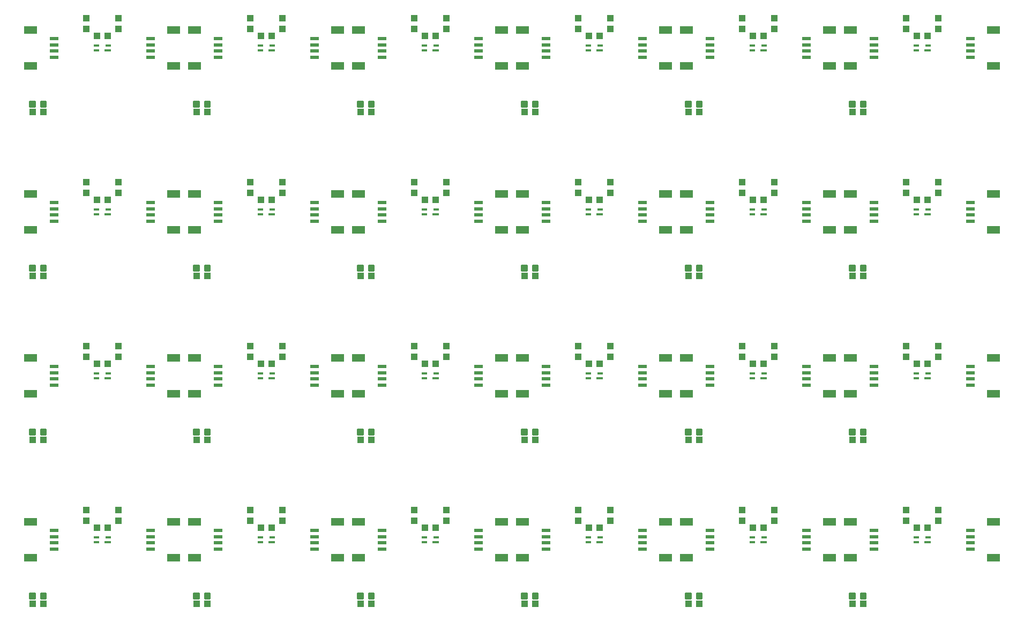
<source format=gtp>
G75*
%MOIN*%
%OFA0B0*%
%FSLAX25Y25*%
%IPPOS*%
%LPD*%
%AMOC8*
5,1,8,0,0,1.08239X$1,22.5*
%
%ADD10R,0.03543X0.01378*%
%ADD11R,0.03937X0.01378*%
%ADD12R,0.04331X0.03937*%
%ADD13C,0.01181*%
%ADD14R,0.03937X0.04331*%
%ADD15R,0.07874X0.04724*%
%ADD16R,0.05315X0.02362*%
D10*
X0075010Y0077372D03*
X0075010Y0080128D03*
X0082490Y0080128D03*
X0177010Y0080128D03*
X0177010Y0077372D03*
X0184490Y0080128D03*
X0279010Y0080128D03*
X0279010Y0077372D03*
X0286490Y0080128D03*
X0381010Y0080128D03*
X0381010Y0077372D03*
X0388490Y0080128D03*
X0483010Y0080128D03*
X0483010Y0077372D03*
X0490490Y0080128D03*
X0585010Y0080128D03*
X0585010Y0077372D03*
X0592490Y0080128D03*
X0585010Y0179372D03*
X0585010Y0182128D03*
X0592490Y0182128D03*
X0490490Y0182128D03*
X0483010Y0182128D03*
X0483010Y0179372D03*
X0388490Y0182128D03*
X0381010Y0182128D03*
X0381010Y0179372D03*
X0286490Y0182128D03*
X0279010Y0182128D03*
X0279010Y0179372D03*
X0184490Y0182128D03*
X0177010Y0182128D03*
X0177010Y0179372D03*
X0082490Y0182128D03*
X0075010Y0182128D03*
X0075010Y0179372D03*
X0075010Y0281372D03*
X0075010Y0284128D03*
X0082490Y0284128D03*
X0177010Y0284128D03*
X0177010Y0281372D03*
X0184490Y0284128D03*
X0279010Y0284128D03*
X0279010Y0281372D03*
X0286490Y0284128D03*
X0381010Y0284128D03*
X0381010Y0281372D03*
X0388490Y0284128D03*
X0483010Y0284128D03*
X0483010Y0281372D03*
X0490490Y0284128D03*
X0585010Y0284128D03*
X0585010Y0281372D03*
X0592490Y0284128D03*
X0585010Y0383372D03*
X0585010Y0386128D03*
X0592490Y0386128D03*
X0490490Y0386128D03*
X0483010Y0386128D03*
X0483010Y0383372D03*
X0388490Y0386128D03*
X0381010Y0386128D03*
X0381010Y0383372D03*
X0286490Y0386128D03*
X0279010Y0386128D03*
X0279010Y0383372D03*
X0184490Y0386128D03*
X0177010Y0386128D03*
X0177010Y0383372D03*
X0082490Y0386128D03*
X0075010Y0386128D03*
X0075010Y0383372D03*
D11*
X0082293Y0383372D03*
X0184293Y0383372D03*
X0286293Y0383372D03*
X0388293Y0383372D03*
X0490293Y0383372D03*
X0592293Y0383372D03*
X0592293Y0281372D03*
X0490293Y0281372D03*
X0388293Y0281372D03*
X0286293Y0281372D03*
X0184293Y0281372D03*
X0082293Y0281372D03*
X0082293Y0179372D03*
X0184293Y0179372D03*
X0286293Y0179372D03*
X0388293Y0179372D03*
X0490293Y0179372D03*
X0592293Y0179372D03*
X0592293Y0077372D03*
X0490293Y0077372D03*
X0388293Y0077372D03*
X0286293Y0077372D03*
X0184293Y0077372D03*
X0082293Y0077372D03*
D12*
X0035404Y0038750D03*
X0042096Y0038750D03*
X0075404Y0086250D03*
X0082096Y0086250D03*
X0042096Y0140750D03*
X0035404Y0140750D03*
X0075404Y0188250D03*
X0082096Y0188250D03*
X0137404Y0140750D03*
X0144096Y0140750D03*
X0177404Y0188250D03*
X0184096Y0188250D03*
X0239404Y0140750D03*
X0246096Y0140750D03*
X0279404Y0188250D03*
X0286096Y0188250D03*
X0341404Y0140750D03*
X0348096Y0140750D03*
X0381404Y0188250D03*
X0388096Y0188250D03*
X0443404Y0140750D03*
X0450096Y0140750D03*
X0483404Y0188250D03*
X0490096Y0188250D03*
X0545404Y0140750D03*
X0552096Y0140750D03*
X0585404Y0188250D03*
X0592096Y0188250D03*
X0552096Y0242750D03*
X0545404Y0242750D03*
X0585404Y0290250D03*
X0592096Y0290250D03*
X0552096Y0344750D03*
X0545404Y0344750D03*
X0585404Y0392250D03*
X0592096Y0392250D03*
X0490096Y0392250D03*
X0483404Y0392250D03*
X0450096Y0344750D03*
X0443404Y0344750D03*
X0388096Y0392250D03*
X0381404Y0392250D03*
X0348096Y0344750D03*
X0341404Y0344750D03*
X0286096Y0392250D03*
X0279404Y0392250D03*
X0246096Y0344750D03*
X0239404Y0344750D03*
X0184096Y0392250D03*
X0177404Y0392250D03*
X0144096Y0344750D03*
X0137404Y0344750D03*
X0082096Y0392250D03*
X0075404Y0392250D03*
X0042096Y0344750D03*
X0035404Y0344750D03*
X0075404Y0290250D03*
X0082096Y0290250D03*
X0042096Y0242750D03*
X0035404Y0242750D03*
X0137404Y0242750D03*
X0144096Y0242750D03*
X0177404Y0290250D03*
X0184096Y0290250D03*
X0239404Y0242750D03*
X0246096Y0242750D03*
X0279404Y0290250D03*
X0286096Y0290250D03*
X0341404Y0242750D03*
X0348096Y0242750D03*
X0381404Y0290250D03*
X0388096Y0290250D03*
X0443404Y0242750D03*
X0450096Y0242750D03*
X0483404Y0290250D03*
X0490096Y0290250D03*
X0490096Y0086250D03*
X0483404Y0086250D03*
X0450096Y0038750D03*
X0443404Y0038750D03*
X0388096Y0086250D03*
X0381404Y0086250D03*
X0348096Y0038750D03*
X0341404Y0038750D03*
X0286096Y0086250D03*
X0279404Y0086250D03*
X0246096Y0038750D03*
X0239404Y0038750D03*
X0184096Y0086250D03*
X0177404Y0086250D03*
X0144096Y0038750D03*
X0137404Y0038750D03*
X0545404Y0038750D03*
X0552096Y0038750D03*
X0585404Y0086250D03*
X0592096Y0086250D03*
D13*
X0550825Y0045128D02*
X0550825Y0042372D01*
X0550825Y0045128D02*
X0553581Y0045128D01*
X0553581Y0042372D01*
X0550825Y0042372D01*
X0550825Y0043494D02*
X0553581Y0043494D01*
X0553581Y0044616D02*
X0550825Y0044616D01*
X0543919Y0045128D02*
X0543919Y0042372D01*
X0543919Y0045128D02*
X0546675Y0045128D01*
X0546675Y0042372D01*
X0543919Y0042372D01*
X0543919Y0043494D02*
X0546675Y0043494D01*
X0546675Y0044616D02*
X0543919Y0044616D01*
X0448825Y0045128D02*
X0448825Y0042372D01*
X0448825Y0045128D02*
X0451581Y0045128D01*
X0451581Y0042372D01*
X0448825Y0042372D01*
X0448825Y0043494D02*
X0451581Y0043494D01*
X0451581Y0044616D02*
X0448825Y0044616D01*
X0441919Y0045128D02*
X0441919Y0042372D01*
X0441919Y0045128D02*
X0444675Y0045128D01*
X0444675Y0042372D01*
X0441919Y0042372D01*
X0441919Y0043494D02*
X0444675Y0043494D01*
X0444675Y0044616D02*
X0441919Y0044616D01*
X0346825Y0045128D02*
X0346825Y0042372D01*
X0346825Y0045128D02*
X0349581Y0045128D01*
X0349581Y0042372D01*
X0346825Y0042372D01*
X0346825Y0043494D02*
X0349581Y0043494D01*
X0349581Y0044616D02*
X0346825Y0044616D01*
X0339919Y0045128D02*
X0339919Y0042372D01*
X0339919Y0045128D02*
X0342675Y0045128D01*
X0342675Y0042372D01*
X0339919Y0042372D01*
X0339919Y0043494D02*
X0342675Y0043494D01*
X0342675Y0044616D02*
X0339919Y0044616D01*
X0244825Y0045128D02*
X0244825Y0042372D01*
X0244825Y0045128D02*
X0247581Y0045128D01*
X0247581Y0042372D01*
X0244825Y0042372D01*
X0244825Y0043494D02*
X0247581Y0043494D01*
X0247581Y0044616D02*
X0244825Y0044616D01*
X0237919Y0045128D02*
X0237919Y0042372D01*
X0237919Y0045128D02*
X0240675Y0045128D01*
X0240675Y0042372D01*
X0237919Y0042372D01*
X0237919Y0043494D02*
X0240675Y0043494D01*
X0240675Y0044616D02*
X0237919Y0044616D01*
X0142825Y0045128D02*
X0142825Y0042372D01*
X0142825Y0045128D02*
X0145581Y0045128D01*
X0145581Y0042372D01*
X0142825Y0042372D01*
X0142825Y0043494D02*
X0145581Y0043494D01*
X0145581Y0044616D02*
X0142825Y0044616D01*
X0135919Y0045128D02*
X0135919Y0042372D01*
X0135919Y0045128D02*
X0138675Y0045128D01*
X0138675Y0042372D01*
X0135919Y0042372D01*
X0135919Y0043494D02*
X0138675Y0043494D01*
X0138675Y0044616D02*
X0135919Y0044616D01*
X0040825Y0045128D02*
X0040825Y0042372D01*
X0040825Y0045128D02*
X0043581Y0045128D01*
X0043581Y0042372D01*
X0040825Y0042372D01*
X0040825Y0043494D02*
X0043581Y0043494D01*
X0043581Y0044616D02*
X0040825Y0044616D01*
X0033919Y0045128D02*
X0033919Y0042372D01*
X0033919Y0045128D02*
X0036675Y0045128D01*
X0036675Y0042372D01*
X0033919Y0042372D01*
X0033919Y0043494D02*
X0036675Y0043494D01*
X0036675Y0044616D02*
X0033919Y0044616D01*
X0033919Y0144372D02*
X0033919Y0147128D01*
X0036675Y0147128D01*
X0036675Y0144372D01*
X0033919Y0144372D01*
X0033919Y0145494D02*
X0036675Y0145494D01*
X0036675Y0146616D02*
X0033919Y0146616D01*
X0040825Y0147128D02*
X0040825Y0144372D01*
X0040825Y0147128D02*
X0043581Y0147128D01*
X0043581Y0144372D01*
X0040825Y0144372D01*
X0040825Y0145494D02*
X0043581Y0145494D01*
X0043581Y0146616D02*
X0040825Y0146616D01*
X0135919Y0147128D02*
X0135919Y0144372D01*
X0135919Y0147128D02*
X0138675Y0147128D01*
X0138675Y0144372D01*
X0135919Y0144372D01*
X0135919Y0145494D02*
X0138675Y0145494D01*
X0138675Y0146616D02*
X0135919Y0146616D01*
X0142825Y0147128D02*
X0142825Y0144372D01*
X0142825Y0147128D02*
X0145581Y0147128D01*
X0145581Y0144372D01*
X0142825Y0144372D01*
X0142825Y0145494D02*
X0145581Y0145494D01*
X0145581Y0146616D02*
X0142825Y0146616D01*
X0237919Y0147128D02*
X0237919Y0144372D01*
X0237919Y0147128D02*
X0240675Y0147128D01*
X0240675Y0144372D01*
X0237919Y0144372D01*
X0237919Y0145494D02*
X0240675Y0145494D01*
X0240675Y0146616D02*
X0237919Y0146616D01*
X0244825Y0147128D02*
X0244825Y0144372D01*
X0244825Y0147128D02*
X0247581Y0147128D01*
X0247581Y0144372D01*
X0244825Y0144372D01*
X0244825Y0145494D02*
X0247581Y0145494D01*
X0247581Y0146616D02*
X0244825Y0146616D01*
X0339919Y0147128D02*
X0339919Y0144372D01*
X0339919Y0147128D02*
X0342675Y0147128D01*
X0342675Y0144372D01*
X0339919Y0144372D01*
X0339919Y0145494D02*
X0342675Y0145494D01*
X0342675Y0146616D02*
X0339919Y0146616D01*
X0346825Y0147128D02*
X0346825Y0144372D01*
X0346825Y0147128D02*
X0349581Y0147128D01*
X0349581Y0144372D01*
X0346825Y0144372D01*
X0346825Y0145494D02*
X0349581Y0145494D01*
X0349581Y0146616D02*
X0346825Y0146616D01*
X0441919Y0147128D02*
X0441919Y0144372D01*
X0441919Y0147128D02*
X0444675Y0147128D01*
X0444675Y0144372D01*
X0441919Y0144372D01*
X0441919Y0145494D02*
X0444675Y0145494D01*
X0444675Y0146616D02*
X0441919Y0146616D01*
X0448825Y0147128D02*
X0448825Y0144372D01*
X0448825Y0147128D02*
X0451581Y0147128D01*
X0451581Y0144372D01*
X0448825Y0144372D01*
X0448825Y0145494D02*
X0451581Y0145494D01*
X0451581Y0146616D02*
X0448825Y0146616D01*
X0543919Y0147128D02*
X0543919Y0144372D01*
X0543919Y0147128D02*
X0546675Y0147128D01*
X0546675Y0144372D01*
X0543919Y0144372D01*
X0543919Y0145494D02*
X0546675Y0145494D01*
X0546675Y0146616D02*
X0543919Y0146616D01*
X0550825Y0147128D02*
X0550825Y0144372D01*
X0550825Y0147128D02*
X0553581Y0147128D01*
X0553581Y0144372D01*
X0550825Y0144372D01*
X0550825Y0145494D02*
X0553581Y0145494D01*
X0553581Y0146616D02*
X0550825Y0146616D01*
X0550825Y0246372D02*
X0550825Y0249128D01*
X0553581Y0249128D01*
X0553581Y0246372D01*
X0550825Y0246372D01*
X0550825Y0247494D02*
X0553581Y0247494D01*
X0553581Y0248616D02*
X0550825Y0248616D01*
X0543919Y0249128D02*
X0543919Y0246372D01*
X0543919Y0249128D02*
X0546675Y0249128D01*
X0546675Y0246372D01*
X0543919Y0246372D01*
X0543919Y0247494D02*
X0546675Y0247494D01*
X0546675Y0248616D02*
X0543919Y0248616D01*
X0448825Y0249128D02*
X0448825Y0246372D01*
X0448825Y0249128D02*
X0451581Y0249128D01*
X0451581Y0246372D01*
X0448825Y0246372D01*
X0448825Y0247494D02*
X0451581Y0247494D01*
X0451581Y0248616D02*
X0448825Y0248616D01*
X0441919Y0249128D02*
X0441919Y0246372D01*
X0441919Y0249128D02*
X0444675Y0249128D01*
X0444675Y0246372D01*
X0441919Y0246372D01*
X0441919Y0247494D02*
X0444675Y0247494D01*
X0444675Y0248616D02*
X0441919Y0248616D01*
X0346825Y0249128D02*
X0346825Y0246372D01*
X0346825Y0249128D02*
X0349581Y0249128D01*
X0349581Y0246372D01*
X0346825Y0246372D01*
X0346825Y0247494D02*
X0349581Y0247494D01*
X0349581Y0248616D02*
X0346825Y0248616D01*
X0339919Y0249128D02*
X0339919Y0246372D01*
X0339919Y0249128D02*
X0342675Y0249128D01*
X0342675Y0246372D01*
X0339919Y0246372D01*
X0339919Y0247494D02*
X0342675Y0247494D01*
X0342675Y0248616D02*
X0339919Y0248616D01*
X0244825Y0249128D02*
X0244825Y0246372D01*
X0244825Y0249128D02*
X0247581Y0249128D01*
X0247581Y0246372D01*
X0244825Y0246372D01*
X0244825Y0247494D02*
X0247581Y0247494D01*
X0247581Y0248616D02*
X0244825Y0248616D01*
X0237919Y0249128D02*
X0237919Y0246372D01*
X0237919Y0249128D02*
X0240675Y0249128D01*
X0240675Y0246372D01*
X0237919Y0246372D01*
X0237919Y0247494D02*
X0240675Y0247494D01*
X0240675Y0248616D02*
X0237919Y0248616D01*
X0142825Y0249128D02*
X0142825Y0246372D01*
X0142825Y0249128D02*
X0145581Y0249128D01*
X0145581Y0246372D01*
X0142825Y0246372D01*
X0142825Y0247494D02*
X0145581Y0247494D01*
X0145581Y0248616D02*
X0142825Y0248616D01*
X0135919Y0249128D02*
X0135919Y0246372D01*
X0135919Y0249128D02*
X0138675Y0249128D01*
X0138675Y0246372D01*
X0135919Y0246372D01*
X0135919Y0247494D02*
X0138675Y0247494D01*
X0138675Y0248616D02*
X0135919Y0248616D01*
X0040825Y0249128D02*
X0040825Y0246372D01*
X0040825Y0249128D02*
X0043581Y0249128D01*
X0043581Y0246372D01*
X0040825Y0246372D01*
X0040825Y0247494D02*
X0043581Y0247494D01*
X0043581Y0248616D02*
X0040825Y0248616D01*
X0033919Y0249128D02*
X0033919Y0246372D01*
X0033919Y0249128D02*
X0036675Y0249128D01*
X0036675Y0246372D01*
X0033919Y0246372D01*
X0033919Y0247494D02*
X0036675Y0247494D01*
X0036675Y0248616D02*
X0033919Y0248616D01*
X0033919Y0348372D02*
X0033919Y0351128D01*
X0036675Y0351128D01*
X0036675Y0348372D01*
X0033919Y0348372D01*
X0033919Y0349494D02*
X0036675Y0349494D01*
X0036675Y0350616D02*
X0033919Y0350616D01*
X0040825Y0351128D02*
X0040825Y0348372D01*
X0040825Y0351128D02*
X0043581Y0351128D01*
X0043581Y0348372D01*
X0040825Y0348372D01*
X0040825Y0349494D02*
X0043581Y0349494D01*
X0043581Y0350616D02*
X0040825Y0350616D01*
X0135919Y0351128D02*
X0135919Y0348372D01*
X0135919Y0351128D02*
X0138675Y0351128D01*
X0138675Y0348372D01*
X0135919Y0348372D01*
X0135919Y0349494D02*
X0138675Y0349494D01*
X0138675Y0350616D02*
X0135919Y0350616D01*
X0142825Y0351128D02*
X0142825Y0348372D01*
X0142825Y0351128D02*
X0145581Y0351128D01*
X0145581Y0348372D01*
X0142825Y0348372D01*
X0142825Y0349494D02*
X0145581Y0349494D01*
X0145581Y0350616D02*
X0142825Y0350616D01*
X0237919Y0351128D02*
X0237919Y0348372D01*
X0237919Y0351128D02*
X0240675Y0351128D01*
X0240675Y0348372D01*
X0237919Y0348372D01*
X0237919Y0349494D02*
X0240675Y0349494D01*
X0240675Y0350616D02*
X0237919Y0350616D01*
X0244825Y0351128D02*
X0244825Y0348372D01*
X0244825Y0351128D02*
X0247581Y0351128D01*
X0247581Y0348372D01*
X0244825Y0348372D01*
X0244825Y0349494D02*
X0247581Y0349494D01*
X0247581Y0350616D02*
X0244825Y0350616D01*
X0339919Y0351128D02*
X0339919Y0348372D01*
X0339919Y0351128D02*
X0342675Y0351128D01*
X0342675Y0348372D01*
X0339919Y0348372D01*
X0339919Y0349494D02*
X0342675Y0349494D01*
X0342675Y0350616D02*
X0339919Y0350616D01*
X0346825Y0351128D02*
X0346825Y0348372D01*
X0346825Y0351128D02*
X0349581Y0351128D01*
X0349581Y0348372D01*
X0346825Y0348372D01*
X0346825Y0349494D02*
X0349581Y0349494D01*
X0349581Y0350616D02*
X0346825Y0350616D01*
X0441919Y0351128D02*
X0441919Y0348372D01*
X0441919Y0351128D02*
X0444675Y0351128D01*
X0444675Y0348372D01*
X0441919Y0348372D01*
X0441919Y0349494D02*
X0444675Y0349494D01*
X0444675Y0350616D02*
X0441919Y0350616D01*
X0448825Y0351128D02*
X0448825Y0348372D01*
X0448825Y0351128D02*
X0451581Y0351128D01*
X0451581Y0348372D01*
X0448825Y0348372D01*
X0448825Y0349494D02*
X0451581Y0349494D01*
X0451581Y0350616D02*
X0448825Y0350616D01*
X0543919Y0351128D02*
X0543919Y0348372D01*
X0543919Y0351128D02*
X0546675Y0351128D01*
X0546675Y0348372D01*
X0543919Y0348372D01*
X0543919Y0349494D02*
X0546675Y0349494D01*
X0546675Y0350616D02*
X0543919Y0350616D01*
X0550825Y0351128D02*
X0550825Y0348372D01*
X0550825Y0351128D02*
X0553581Y0351128D01*
X0553581Y0348372D01*
X0550825Y0348372D01*
X0550825Y0349494D02*
X0553581Y0349494D01*
X0553581Y0350616D02*
X0550825Y0350616D01*
D14*
X0578750Y0396404D03*
X0578750Y0403096D03*
X0598750Y0403096D03*
X0598750Y0396404D03*
X0496750Y0396404D03*
X0496750Y0403096D03*
X0476750Y0403096D03*
X0476750Y0396404D03*
X0394750Y0396404D03*
X0394750Y0403096D03*
X0374750Y0403096D03*
X0374750Y0396404D03*
X0292750Y0396404D03*
X0292750Y0403096D03*
X0272750Y0403096D03*
X0272750Y0396404D03*
X0190750Y0396404D03*
X0190750Y0403096D03*
X0170750Y0403096D03*
X0170750Y0396404D03*
X0088750Y0396404D03*
X0088750Y0403096D03*
X0068750Y0403096D03*
X0068750Y0396404D03*
X0068750Y0301096D03*
X0068750Y0294404D03*
X0088750Y0294404D03*
X0088750Y0301096D03*
X0170750Y0301096D03*
X0170750Y0294404D03*
X0190750Y0294404D03*
X0190750Y0301096D03*
X0272750Y0301096D03*
X0272750Y0294404D03*
X0292750Y0294404D03*
X0292750Y0301096D03*
X0374750Y0301096D03*
X0374750Y0294404D03*
X0394750Y0294404D03*
X0394750Y0301096D03*
X0476750Y0301096D03*
X0476750Y0294404D03*
X0496750Y0294404D03*
X0496750Y0301096D03*
X0578750Y0301096D03*
X0578750Y0294404D03*
X0598750Y0294404D03*
X0598750Y0301096D03*
X0598750Y0199096D03*
X0598750Y0192404D03*
X0578750Y0192404D03*
X0578750Y0199096D03*
X0496750Y0199096D03*
X0496750Y0192404D03*
X0476750Y0192404D03*
X0476750Y0199096D03*
X0394750Y0199096D03*
X0394750Y0192404D03*
X0374750Y0192404D03*
X0374750Y0199096D03*
X0292750Y0199096D03*
X0292750Y0192404D03*
X0272750Y0192404D03*
X0272750Y0199096D03*
X0190750Y0199096D03*
X0190750Y0192404D03*
X0170750Y0192404D03*
X0170750Y0199096D03*
X0088750Y0199096D03*
X0088750Y0192404D03*
X0068750Y0192404D03*
X0068750Y0199096D03*
X0068750Y0097096D03*
X0068750Y0090404D03*
X0088750Y0090404D03*
X0088750Y0097096D03*
X0170750Y0097096D03*
X0170750Y0090404D03*
X0190750Y0090404D03*
X0190750Y0097096D03*
X0272750Y0097096D03*
X0272750Y0090404D03*
X0292750Y0090404D03*
X0292750Y0097096D03*
X0374750Y0097096D03*
X0374750Y0090404D03*
X0394750Y0090404D03*
X0394750Y0097096D03*
X0476750Y0097096D03*
X0476750Y0090404D03*
X0496750Y0090404D03*
X0496750Y0097096D03*
X0578750Y0097096D03*
X0578750Y0090404D03*
X0598750Y0090404D03*
X0598750Y0097096D03*
D15*
X0633219Y0089774D03*
X0633219Y0067726D03*
X0544281Y0067726D03*
X0531219Y0067726D03*
X0531219Y0089774D03*
X0544281Y0089774D03*
X0442281Y0089774D03*
X0429219Y0089774D03*
X0429219Y0067726D03*
X0442281Y0067726D03*
X0340281Y0067726D03*
X0327219Y0067726D03*
X0327219Y0089774D03*
X0340281Y0089774D03*
X0238281Y0089774D03*
X0225219Y0089774D03*
X0225219Y0067726D03*
X0238281Y0067726D03*
X0136281Y0067726D03*
X0123219Y0067726D03*
X0123219Y0089774D03*
X0136281Y0089774D03*
X0034281Y0089774D03*
X0034281Y0067726D03*
X0034281Y0169726D03*
X0034281Y0191774D03*
X0123219Y0191774D03*
X0136281Y0191774D03*
X0136281Y0169726D03*
X0123219Y0169726D03*
X0225219Y0169726D03*
X0238281Y0169726D03*
X0238281Y0191774D03*
X0225219Y0191774D03*
X0327219Y0191774D03*
X0340281Y0191774D03*
X0340281Y0169726D03*
X0327219Y0169726D03*
X0429219Y0169726D03*
X0442281Y0169726D03*
X0442281Y0191774D03*
X0429219Y0191774D03*
X0531219Y0191774D03*
X0544281Y0191774D03*
X0544281Y0169726D03*
X0531219Y0169726D03*
X0633219Y0169726D03*
X0633219Y0191774D03*
X0633219Y0271726D03*
X0633219Y0293774D03*
X0544281Y0293774D03*
X0531219Y0293774D03*
X0531219Y0271726D03*
X0544281Y0271726D03*
X0442281Y0271726D03*
X0429219Y0271726D03*
X0429219Y0293774D03*
X0442281Y0293774D03*
X0340281Y0293774D03*
X0327219Y0293774D03*
X0327219Y0271726D03*
X0340281Y0271726D03*
X0238281Y0271726D03*
X0225219Y0271726D03*
X0225219Y0293774D03*
X0238281Y0293774D03*
X0136281Y0293774D03*
X0123219Y0293774D03*
X0123219Y0271726D03*
X0136281Y0271726D03*
X0034281Y0271726D03*
X0034281Y0293774D03*
X0034281Y0373726D03*
X0034281Y0395774D03*
X0123219Y0395774D03*
X0136281Y0395774D03*
X0136281Y0373726D03*
X0123219Y0373726D03*
X0225219Y0373726D03*
X0238281Y0373726D03*
X0238281Y0395774D03*
X0225219Y0395774D03*
X0327219Y0395774D03*
X0340281Y0395774D03*
X0340281Y0373726D03*
X0327219Y0373726D03*
X0429219Y0373726D03*
X0442281Y0373726D03*
X0442281Y0395774D03*
X0429219Y0395774D03*
X0531219Y0395774D03*
X0544281Y0395774D03*
X0544281Y0373726D03*
X0531219Y0373726D03*
X0633219Y0373726D03*
X0633219Y0395774D03*
D16*
X0618750Y0390656D03*
X0618750Y0386719D03*
X0618750Y0382781D03*
X0618750Y0378844D03*
X0558750Y0378844D03*
X0558750Y0382781D03*
X0558750Y0386719D03*
X0558750Y0390656D03*
X0516750Y0390656D03*
X0516750Y0386719D03*
X0516750Y0382781D03*
X0516750Y0378844D03*
X0456750Y0378844D03*
X0456750Y0382781D03*
X0456750Y0386719D03*
X0456750Y0390656D03*
X0414750Y0390656D03*
X0414750Y0386719D03*
X0414750Y0382781D03*
X0414750Y0378844D03*
X0354750Y0378844D03*
X0354750Y0382781D03*
X0354750Y0386719D03*
X0354750Y0390656D03*
X0312750Y0390656D03*
X0312750Y0386719D03*
X0312750Y0382781D03*
X0312750Y0378844D03*
X0252750Y0378844D03*
X0252750Y0382781D03*
X0252750Y0386719D03*
X0252750Y0390656D03*
X0210750Y0390656D03*
X0210750Y0386719D03*
X0210750Y0382781D03*
X0210750Y0378844D03*
X0150750Y0378844D03*
X0150750Y0382781D03*
X0150750Y0386719D03*
X0150750Y0390656D03*
X0108750Y0390656D03*
X0108750Y0386719D03*
X0108750Y0382781D03*
X0108750Y0378844D03*
X0048750Y0378844D03*
X0048750Y0382781D03*
X0048750Y0386719D03*
X0048750Y0390656D03*
X0048750Y0288656D03*
X0048750Y0284719D03*
X0048750Y0280781D03*
X0048750Y0276844D03*
X0108750Y0276844D03*
X0108750Y0280781D03*
X0108750Y0284719D03*
X0108750Y0288656D03*
X0150750Y0288656D03*
X0150750Y0284719D03*
X0150750Y0280781D03*
X0150750Y0276844D03*
X0210750Y0276844D03*
X0210750Y0280781D03*
X0210750Y0284719D03*
X0210750Y0288656D03*
X0252750Y0288656D03*
X0252750Y0284719D03*
X0252750Y0280781D03*
X0252750Y0276844D03*
X0312750Y0276844D03*
X0312750Y0280781D03*
X0312750Y0284719D03*
X0312750Y0288656D03*
X0354750Y0288656D03*
X0354750Y0284719D03*
X0354750Y0280781D03*
X0354750Y0276844D03*
X0414750Y0276844D03*
X0414750Y0280781D03*
X0414750Y0284719D03*
X0414750Y0288656D03*
X0456750Y0288656D03*
X0456750Y0284719D03*
X0456750Y0280781D03*
X0456750Y0276844D03*
X0516750Y0276844D03*
X0516750Y0280781D03*
X0516750Y0284719D03*
X0516750Y0288656D03*
X0558750Y0288656D03*
X0558750Y0284719D03*
X0558750Y0280781D03*
X0558750Y0276844D03*
X0618750Y0276844D03*
X0618750Y0280781D03*
X0618750Y0284719D03*
X0618750Y0288656D03*
X0618750Y0186656D03*
X0618750Y0182719D03*
X0618750Y0178781D03*
X0618750Y0174844D03*
X0558750Y0174844D03*
X0558750Y0178781D03*
X0558750Y0182719D03*
X0558750Y0186656D03*
X0516750Y0186656D03*
X0516750Y0182719D03*
X0516750Y0178781D03*
X0516750Y0174844D03*
X0456750Y0174844D03*
X0456750Y0178781D03*
X0456750Y0182719D03*
X0456750Y0186656D03*
X0414750Y0186656D03*
X0414750Y0182719D03*
X0414750Y0178781D03*
X0414750Y0174844D03*
X0354750Y0174844D03*
X0354750Y0178781D03*
X0354750Y0182719D03*
X0354750Y0186656D03*
X0312750Y0186656D03*
X0312750Y0182719D03*
X0312750Y0178781D03*
X0312750Y0174844D03*
X0252750Y0174844D03*
X0252750Y0178781D03*
X0252750Y0182719D03*
X0252750Y0186656D03*
X0210750Y0186656D03*
X0210750Y0182719D03*
X0210750Y0178781D03*
X0210750Y0174844D03*
X0150750Y0174844D03*
X0150750Y0178781D03*
X0150750Y0182719D03*
X0150750Y0186656D03*
X0108750Y0186656D03*
X0108750Y0182719D03*
X0108750Y0178781D03*
X0108750Y0174844D03*
X0048750Y0174844D03*
X0048750Y0178781D03*
X0048750Y0182719D03*
X0048750Y0186656D03*
X0048750Y0084656D03*
X0048750Y0080719D03*
X0048750Y0076781D03*
X0048750Y0072844D03*
X0108750Y0072844D03*
X0108750Y0076781D03*
X0108750Y0080719D03*
X0108750Y0084656D03*
X0150750Y0084656D03*
X0150750Y0080719D03*
X0150750Y0076781D03*
X0150750Y0072844D03*
X0210750Y0072844D03*
X0210750Y0076781D03*
X0210750Y0080719D03*
X0210750Y0084656D03*
X0252750Y0084656D03*
X0252750Y0080719D03*
X0252750Y0076781D03*
X0252750Y0072844D03*
X0312750Y0072844D03*
X0312750Y0076781D03*
X0312750Y0080719D03*
X0312750Y0084656D03*
X0354750Y0084656D03*
X0354750Y0080719D03*
X0354750Y0076781D03*
X0354750Y0072844D03*
X0414750Y0072844D03*
X0414750Y0076781D03*
X0414750Y0080719D03*
X0414750Y0084656D03*
X0456750Y0084656D03*
X0456750Y0080719D03*
X0456750Y0076781D03*
X0456750Y0072844D03*
X0516750Y0072844D03*
X0516750Y0076781D03*
X0516750Y0080719D03*
X0516750Y0084656D03*
X0558750Y0084656D03*
X0558750Y0080719D03*
X0558750Y0076781D03*
X0558750Y0072844D03*
X0618750Y0072844D03*
X0618750Y0076781D03*
X0618750Y0080719D03*
X0618750Y0084656D03*
M02*

</source>
